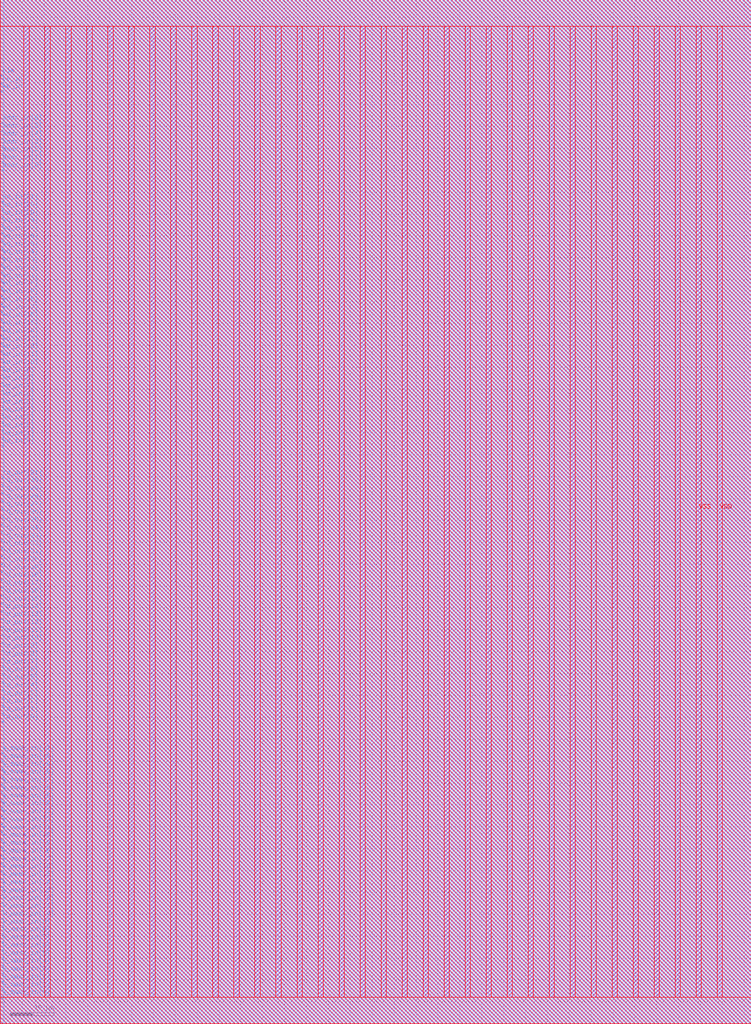
<source format=lef>
VERSION 5.7 ;
BUSBITCHARS "[]" ;
MACRO fakeram130_128x32
  FOREIGN fakeram130_128x32 0 0 ;
  SYMMETRY X Y R90 ;
  SIZE 171.580 BY 233.920 ;
  CLASS BLOCK ;
  PIN w_mask_in[0]
    DIRECTION INPUT ;
    USE SIGNAL ;
    SHAPE ABUTMENT ;
    PORT
      LAYER met3 ;
      RECT 0.000 5.850 0.800 6.150 ;
    END
  END w_mask_in[0]
  PIN w_mask_in[1]
    DIRECTION INPUT ;
    USE SIGNAL ;
    SHAPE ABUTMENT ;
    PORT
      LAYER met3 ;
      RECT 0.000 7.650 0.800 7.950 ;
    END
  END w_mask_in[1]
  PIN w_mask_in[2]
    DIRECTION INPUT ;
    USE SIGNAL ;
    SHAPE ABUTMENT ;
    PORT
      LAYER met3 ;
      RECT 0.000 9.450 0.800 9.750 ;
    END
  END w_mask_in[2]
  PIN w_mask_in[3]
    DIRECTION INPUT ;
    USE SIGNAL ;
    SHAPE ABUTMENT ;
    PORT
      LAYER met3 ;
      RECT 0.000 11.250 0.800 11.550 ;
    END
  END w_mask_in[3]
  PIN w_mask_in[4]
    DIRECTION INPUT ;
    USE SIGNAL ;
    SHAPE ABUTMENT ;
    PORT
      LAYER met3 ;
      RECT 0.000 13.050 0.800 13.350 ;
    END
  END w_mask_in[4]
  PIN w_mask_in[5]
    DIRECTION INPUT ;
    USE SIGNAL ;
    SHAPE ABUTMENT ;
    PORT
      LAYER met3 ;
      RECT 0.000 14.850 0.800 15.150 ;
    END
  END w_mask_in[5]
  PIN w_mask_in[6]
    DIRECTION INPUT ;
    USE SIGNAL ;
    SHAPE ABUTMENT ;
    PORT
      LAYER met3 ;
      RECT 0.000 16.650 0.800 16.950 ;
    END
  END w_mask_in[6]
  PIN w_mask_in[7]
    DIRECTION INPUT ;
    USE SIGNAL ;
    SHAPE ABUTMENT ;
    PORT
      LAYER met3 ;
      RECT 0.000 18.450 0.800 18.750 ;
    END
  END w_mask_in[7]
  PIN w_mask_in[8]
    DIRECTION INPUT ;
    USE SIGNAL ;
    SHAPE ABUTMENT ;
    PORT
      LAYER met3 ;
      RECT 0.000 20.250 0.800 20.550 ;
    END
  END w_mask_in[8]
  PIN w_mask_in[9]
    DIRECTION INPUT ;
    USE SIGNAL ;
    SHAPE ABUTMENT ;
    PORT
      LAYER met3 ;
      RECT 0.000 22.050 0.800 22.350 ;
    END
  END w_mask_in[9]
  PIN w_mask_in[10]
    DIRECTION INPUT ;
    USE SIGNAL ;
    SHAPE ABUTMENT ;
    PORT
      LAYER met3 ;
      RECT 0.000 23.850 0.800 24.150 ;
    END
  END w_mask_in[10]
  PIN w_mask_in[11]
    DIRECTION INPUT ;
    USE SIGNAL ;
    SHAPE ABUTMENT ;
    PORT
      LAYER met3 ;
      RECT 0.000 25.650 0.800 25.950 ;
    END
  END w_mask_in[11]
  PIN w_mask_in[12]
    DIRECTION INPUT ;
    USE SIGNAL ;
    SHAPE ABUTMENT ;
    PORT
      LAYER met3 ;
      RECT 0.000 27.450 0.800 27.750 ;
    END
  END w_mask_in[12]
  PIN w_mask_in[13]
    DIRECTION INPUT ;
    USE SIGNAL ;
    SHAPE ABUTMENT ;
    PORT
      LAYER met3 ;
      RECT 0.000 29.250 0.800 29.550 ;
    END
  END w_mask_in[13]
  PIN w_mask_in[14]
    DIRECTION INPUT ;
    USE SIGNAL ;
    SHAPE ABUTMENT ;
    PORT
      LAYER met3 ;
      RECT 0.000 31.050 0.800 31.350 ;
    END
  END w_mask_in[14]
  PIN w_mask_in[15]
    DIRECTION INPUT ;
    USE SIGNAL ;
    SHAPE ABUTMENT ;
    PORT
      LAYER met3 ;
      RECT 0.000 32.850 0.800 33.150 ;
    END
  END w_mask_in[15]
  PIN w_mask_in[16]
    DIRECTION INPUT ;
    USE SIGNAL ;
    SHAPE ABUTMENT ;
    PORT
      LAYER met3 ;
      RECT 0.000 34.650 0.800 34.950 ;
    END
  END w_mask_in[16]
  PIN w_mask_in[17]
    DIRECTION INPUT ;
    USE SIGNAL ;
    SHAPE ABUTMENT ;
    PORT
      LAYER met3 ;
      RECT 0.000 36.450 0.800 36.750 ;
    END
  END w_mask_in[17]
  PIN w_mask_in[18]
    DIRECTION INPUT ;
    USE SIGNAL ;
    SHAPE ABUTMENT ;
    PORT
      LAYER met3 ;
      RECT 0.000 38.250 0.800 38.550 ;
    END
  END w_mask_in[18]
  PIN w_mask_in[19]
    DIRECTION INPUT ;
    USE SIGNAL ;
    SHAPE ABUTMENT ;
    PORT
      LAYER met3 ;
      RECT 0.000 40.050 0.800 40.350 ;
    END
  END w_mask_in[19]
  PIN w_mask_in[20]
    DIRECTION INPUT ;
    USE SIGNAL ;
    SHAPE ABUTMENT ;
    PORT
      LAYER met3 ;
      RECT 0.000 41.850 0.800 42.150 ;
    END
  END w_mask_in[20]
  PIN w_mask_in[21]
    DIRECTION INPUT ;
    USE SIGNAL ;
    SHAPE ABUTMENT ;
    PORT
      LAYER met3 ;
      RECT 0.000 43.650 0.800 43.950 ;
    END
  END w_mask_in[21]
  PIN w_mask_in[22]
    DIRECTION INPUT ;
    USE SIGNAL ;
    SHAPE ABUTMENT ;
    PORT
      LAYER met3 ;
      RECT 0.000 45.450 0.800 45.750 ;
    END
  END w_mask_in[22]
  PIN w_mask_in[23]
    DIRECTION INPUT ;
    USE SIGNAL ;
    SHAPE ABUTMENT ;
    PORT
      LAYER met3 ;
      RECT 0.000 47.250 0.800 47.550 ;
    END
  END w_mask_in[23]
  PIN w_mask_in[24]
    DIRECTION INPUT ;
    USE SIGNAL ;
    SHAPE ABUTMENT ;
    PORT
      LAYER met3 ;
      RECT 0.000 49.050 0.800 49.350 ;
    END
  END w_mask_in[24]
  PIN w_mask_in[25]
    DIRECTION INPUT ;
    USE SIGNAL ;
    SHAPE ABUTMENT ;
    PORT
      LAYER met3 ;
      RECT 0.000 50.850 0.800 51.150 ;
    END
  END w_mask_in[25]
  PIN w_mask_in[26]
    DIRECTION INPUT ;
    USE SIGNAL ;
    SHAPE ABUTMENT ;
    PORT
      LAYER met3 ;
      RECT 0.000 52.650 0.800 52.950 ;
    END
  END w_mask_in[26]
  PIN w_mask_in[27]
    DIRECTION INPUT ;
    USE SIGNAL ;
    SHAPE ABUTMENT ;
    PORT
      LAYER met3 ;
      RECT 0.000 54.450 0.800 54.750 ;
    END
  END w_mask_in[27]
  PIN w_mask_in[28]
    DIRECTION INPUT ;
    USE SIGNAL ;
    SHAPE ABUTMENT ;
    PORT
      LAYER met3 ;
      RECT 0.000 56.250 0.800 56.550 ;
    END
  END w_mask_in[28]
  PIN w_mask_in[29]
    DIRECTION INPUT ;
    USE SIGNAL ;
    SHAPE ABUTMENT ;
    PORT
      LAYER met3 ;
      RECT 0.000 58.050 0.800 58.350 ;
    END
  END w_mask_in[29]
  PIN w_mask_in[30]
    DIRECTION INPUT ;
    USE SIGNAL ;
    SHAPE ABUTMENT ;
    PORT
      LAYER met3 ;
      RECT 0.000 59.850 0.800 60.150 ;
    END
  END w_mask_in[30]
  PIN w_mask_in[31]
    DIRECTION INPUT ;
    USE SIGNAL ;
    SHAPE ABUTMENT ;
    PORT
      LAYER met3 ;
      RECT 0.000 61.650 0.800 61.950 ;
    END
  END w_mask_in[31]
  PIN rd_out[0]
    DIRECTION OUTPUT ;
    USE SIGNAL ;
    SHAPE ABUTMENT ;
    PORT
      LAYER met3 ;
      RECT 0.000 68.850 0.800 69.150 ;
    END
  END rd_out[0]
  PIN rd_out[1]
    DIRECTION OUTPUT ;
    USE SIGNAL ;
    SHAPE ABUTMENT ;
    PORT
      LAYER met3 ;
      RECT 0.000 70.650 0.800 70.950 ;
    END
  END rd_out[1]
  PIN rd_out[2]
    DIRECTION OUTPUT ;
    USE SIGNAL ;
    SHAPE ABUTMENT ;
    PORT
      LAYER met3 ;
      RECT 0.000 72.450 0.800 72.750 ;
    END
  END rd_out[2]
  PIN rd_out[3]
    DIRECTION OUTPUT ;
    USE SIGNAL ;
    SHAPE ABUTMENT ;
    PORT
      LAYER met3 ;
      RECT 0.000 74.250 0.800 74.550 ;
    END
  END rd_out[3]
  PIN rd_out[4]
    DIRECTION OUTPUT ;
    USE SIGNAL ;
    SHAPE ABUTMENT ;
    PORT
      LAYER met3 ;
      RECT 0.000 76.050 0.800 76.350 ;
    END
  END rd_out[4]
  PIN rd_out[5]
    DIRECTION OUTPUT ;
    USE SIGNAL ;
    SHAPE ABUTMENT ;
    PORT
      LAYER met3 ;
      RECT 0.000 77.850 0.800 78.150 ;
    END
  END rd_out[5]
  PIN rd_out[6]
    DIRECTION OUTPUT ;
    USE SIGNAL ;
    SHAPE ABUTMENT ;
    PORT
      LAYER met3 ;
      RECT 0.000 79.650 0.800 79.950 ;
    END
  END rd_out[6]
  PIN rd_out[7]
    DIRECTION OUTPUT ;
    USE SIGNAL ;
    SHAPE ABUTMENT ;
    PORT
      LAYER met3 ;
      RECT 0.000 81.450 0.800 81.750 ;
    END
  END rd_out[7]
  PIN rd_out[8]
    DIRECTION OUTPUT ;
    USE SIGNAL ;
    SHAPE ABUTMENT ;
    PORT
      LAYER met3 ;
      RECT 0.000 83.250 0.800 83.550 ;
    END
  END rd_out[8]
  PIN rd_out[9]
    DIRECTION OUTPUT ;
    USE SIGNAL ;
    SHAPE ABUTMENT ;
    PORT
      LAYER met3 ;
      RECT 0.000 85.050 0.800 85.350 ;
    END
  END rd_out[9]
  PIN rd_out[10]
    DIRECTION OUTPUT ;
    USE SIGNAL ;
    SHAPE ABUTMENT ;
    PORT
      LAYER met3 ;
      RECT 0.000 86.850 0.800 87.150 ;
    END
  END rd_out[10]
  PIN rd_out[11]
    DIRECTION OUTPUT ;
    USE SIGNAL ;
    SHAPE ABUTMENT ;
    PORT
      LAYER met3 ;
      RECT 0.000 88.650 0.800 88.950 ;
    END
  END rd_out[11]
  PIN rd_out[12]
    DIRECTION OUTPUT ;
    USE SIGNAL ;
    SHAPE ABUTMENT ;
    PORT
      LAYER met3 ;
      RECT 0.000 90.450 0.800 90.750 ;
    END
  END rd_out[12]
  PIN rd_out[13]
    DIRECTION OUTPUT ;
    USE SIGNAL ;
    SHAPE ABUTMENT ;
    PORT
      LAYER met3 ;
      RECT 0.000 92.250 0.800 92.550 ;
    END
  END rd_out[13]
  PIN rd_out[14]
    DIRECTION OUTPUT ;
    USE SIGNAL ;
    SHAPE ABUTMENT ;
    PORT
      LAYER met3 ;
      RECT 0.000 94.050 0.800 94.350 ;
    END
  END rd_out[14]
  PIN rd_out[15]
    DIRECTION OUTPUT ;
    USE SIGNAL ;
    SHAPE ABUTMENT ;
    PORT
      LAYER met3 ;
      RECT 0.000 95.850 0.800 96.150 ;
    END
  END rd_out[15]
  PIN rd_out[16]
    DIRECTION OUTPUT ;
    USE SIGNAL ;
    SHAPE ABUTMENT ;
    PORT
      LAYER met3 ;
      RECT 0.000 97.650 0.800 97.950 ;
    END
  END rd_out[16]
  PIN rd_out[17]
    DIRECTION OUTPUT ;
    USE SIGNAL ;
    SHAPE ABUTMENT ;
    PORT
      LAYER met3 ;
      RECT 0.000 99.450 0.800 99.750 ;
    END
  END rd_out[17]
  PIN rd_out[18]
    DIRECTION OUTPUT ;
    USE SIGNAL ;
    SHAPE ABUTMENT ;
    PORT
      LAYER met3 ;
      RECT 0.000 101.250 0.800 101.550 ;
    END
  END rd_out[18]
  PIN rd_out[19]
    DIRECTION OUTPUT ;
    USE SIGNAL ;
    SHAPE ABUTMENT ;
    PORT
      LAYER met3 ;
      RECT 0.000 103.050 0.800 103.350 ;
    END
  END rd_out[19]
  PIN rd_out[20]
    DIRECTION OUTPUT ;
    USE SIGNAL ;
    SHAPE ABUTMENT ;
    PORT
      LAYER met3 ;
      RECT 0.000 104.850 0.800 105.150 ;
    END
  END rd_out[20]
  PIN rd_out[21]
    DIRECTION OUTPUT ;
    USE SIGNAL ;
    SHAPE ABUTMENT ;
    PORT
      LAYER met3 ;
      RECT 0.000 106.650 0.800 106.950 ;
    END
  END rd_out[21]
  PIN rd_out[22]
    DIRECTION OUTPUT ;
    USE SIGNAL ;
    SHAPE ABUTMENT ;
    PORT
      LAYER met3 ;
      RECT 0.000 108.450 0.800 108.750 ;
    END
  END rd_out[22]
  PIN rd_out[23]
    DIRECTION OUTPUT ;
    USE SIGNAL ;
    SHAPE ABUTMENT ;
    PORT
      LAYER met3 ;
      RECT 0.000 110.250 0.800 110.550 ;
    END
  END rd_out[23]
  PIN rd_out[24]
    DIRECTION OUTPUT ;
    USE SIGNAL ;
    SHAPE ABUTMENT ;
    PORT
      LAYER met3 ;
      RECT 0.000 112.050 0.800 112.350 ;
    END
  END rd_out[24]
  PIN rd_out[25]
    DIRECTION OUTPUT ;
    USE SIGNAL ;
    SHAPE ABUTMENT ;
    PORT
      LAYER met3 ;
      RECT 0.000 113.850 0.800 114.150 ;
    END
  END rd_out[25]
  PIN rd_out[26]
    DIRECTION OUTPUT ;
    USE SIGNAL ;
    SHAPE ABUTMENT ;
    PORT
      LAYER met3 ;
      RECT 0.000 115.650 0.800 115.950 ;
    END
  END rd_out[26]
  PIN rd_out[27]
    DIRECTION OUTPUT ;
    USE SIGNAL ;
    SHAPE ABUTMENT ;
    PORT
      LAYER met3 ;
      RECT 0.000 117.450 0.800 117.750 ;
    END
  END rd_out[27]
  PIN rd_out[28]
    DIRECTION OUTPUT ;
    USE SIGNAL ;
    SHAPE ABUTMENT ;
    PORT
      LAYER met3 ;
      RECT 0.000 119.250 0.800 119.550 ;
    END
  END rd_out[28]
  PIN rd_out[29]
    DIRECTION OUTPUT ;
    USE SIGNAL ;
    SHAPE ABUTMENT ;
    PORT
      LAYER met3 ;
      RECT 0.000 121.050 0.800 121.350 ;
    END
  END rd_out[29]
  PIN rd_out[30]
    DIRECTION OUTPUT ;
    USE SIGNAL ;
    SHAPE ABUTMENT ;
    PORT
      LAYER met3 ;
      RECT 0.000 122.850 0.800 123.150 ;
    END
  END rd_out[30]
  PIN rd_out[31]
    DIRECTION OUTPUT ;
    USE SIGNAL ;
    SHAPE ABUTMENT ;
    PORT
      LAYER met3 ;
      RECT 0.000 124.650 0.800 124.950 ;
    END
  END rd_out[31]
  PIN wd_in[0]
    DIRECTION INPUT ;
    USE SIGNAL ;
    SHAPE ABUTMENT ;
    PORT
      LAYER met3 ;
      RECT 0.000 131.850 0.800 132.150 ;
    END
  END wd_in[0]
  PIN wd_in[1]
    DIRECTION INPUT ;
    USE SIGNAL ;
    SHAPE ABUTMENT ;
    PORT
      LAYER met3 ;
      RECT 0.000 133.650 0.800 133.950 ;
    END
  END wd_in[1]
  PIN wd_in[2]
    DIRECTION INPUT ;
    USE SIGNAL ;
    SHAPE ABUTMENT ;
    PORT
      LAYER met3 ;
      RECT 0.000 135.450 0.800 135.750 ;
    END
  END wd_in[2]
  PIN wd_in[3]
    DIRECTION INPUT ;
    USE SIGNAL ;
    SHAPE ABUTMENT ;
    PORT
      LAYER met3 ;
      RECT 0.000 137.250 0.800 137.550 ;
    END
  END wd_in[3]
  PIN wd_in[4]
    DIRECTION INPUT ;
    USE SIGNAL ;
    SHAPE ABUTMENT ;
    PORT
      LAYER met3 ;
      RECT 0.000 139.050 0.800 139.350 ;
    END
  END wd_in[4]
  PIN wd_in[5]
    DIRECTION INPUT ;
    USE SIGNAL ;
    SHAPE ABUTMENT ;
    PORT
      LAYER met3 ;
      RECT 0.000 140.850 0.800 141.150 ;
    END
  END wd_in[5]
  PIN wd_in[6]
    DIRECTION INPUT ;
    USE SIGNAL ;
    SHAPE ABUTMENT ;
    PORT
      LAYER met3 ;
      RECT 0.000 142.650 0.800 142.950 ;
    END
  END wd_in[6]
  PIN wd_in[7]
    DIRECTION INPUT ;
    USE SIGNAL ;
    SHAPE ABUTMENT ;
    PORT
      LAYER met3 ;
      RECT 0.000 144.450 0.800 144.750 ;
    END
  END wd_in[7]
  PIN wd_in[8]
    DIRECTION INPUT ;
    USE SIGNAL ;
    SHAPE ABUTMENT ;
    PORT
      LAYER met3 ;
      RECT 0.000 146.250 0.800 146.550 ;
    END
  END wd_in[8]
  PIN wd_in[9]
    DIRECTION INPUT ;
    USE SIGNAL ;
    SHAPE ABUTMENT ;
    PORT
      LAYER met3 ;
      RECT 0.000 148.050 0.800 148.350 ;
    END
  END wd_in[9]
  PIN wd_in[10]
    DIRECTION INPUT ;
    USE SIGNAL ;
    SHAPE ABUTMENT ;
    PORT
      LAYER met3 ;
      RECT 0.000 149.850 0.800 150.150 ;
    END
  END wd_in[10]
  PIN wd_in[11]
    DIRECTION INPUT ;
    USE SIGNAL ;
    SHAPE ABUTMENT ;
    PORT
      LAYER met3 ;
      RECT 0.000 151.650 0.800 151.950 ;
    END
  END wd_in[11]
  PIN wd_in[12]
    DIRECTION INPUT ;
    USE SIGNAL ;
    SHAPE ABUTMENT ;
    PORT
      LAYER met3 ;
      RECT 0.000 153.450 0.800 153.750 ;
    END
  END wd_in[12]
  PIN wd_in[13]
    DIRECTION INPUT ;
    USE SIGNAL ;
    SHAPE ABUTMENT ;
    PORT
      LAYER met3 ;
      RECT 0.000 155.250 0.800 155.550 ;
    END
  END wd_in[13]
  PIN wd_in[14]
    DIRECTION INPUT ;
    USE SIGNAL ;
    SHAPE ABUTMENT ;
    PORT
      LAYER met3 ;
      RECT 0.000 157.050 0.800 157.350 ;
    END
  END wd_in[14]
  PIN wd_in[15]
    DIRECTION INPUT ;
    USE SIGNAL ;
    SHAPE ABUTMENT ;
    PORT
      LAYER met3 ;
      RECT 0.000 158.850 0.800 159.150 ;
    END
  END wd_in[15]
  PIN wd_in[16]
    DIRECTION INPUT ;
    USE SIGNAL ;
    SHAPE ABUTMENT ;
    PORT
      LAYER met3 ;
      RECT 0.000 160.650 0.800 160.950 ;
    END
  END wd_in[16]
  PIN wd_in[17]
    DIRECTION INPUT ;
    USE SIGNAL ;
    SHAPE ABUTMENT ;
    PORT
      LAYER met3 ;
      RECT 0.000 162.450 0.800 162.750 ;
    END
  END wd_in[17]
  PIN wd_in[18]
    DIRECTION INPUT ;
    USE SIGNAL ;
    SHAPE ABUTMENT ;
    PORT
      LAYER met3 ;
      RECT 0.000 164.250 0.800 164.550 ;
    END
  END wd_in[18]
  PIN wd_in[19]
    DIRECTION INPUT ;
    USE SIGNAL ;
    SHAPE ABUTMENT ;
    PORT
      LAYER met3 ;
      RECT 0.000 166.050 0.800 166.350 ;
    END
  END wd_in[19]
  PIN wd_in[20]
    DIRECTION INPUT ;
    USE SIGNAL ;
    SHAPE ABUTMENT ;
    PORT
      LAYER met3 ;
      RECT 0.000 167.850 0.800 168.150 ;
    END
  END wd_in[20]
  PIN wd_in[21]
    DIRECTION INPUT ;
    USE SIGNAL ;
    SHAPE ABUTMENT ;
    PORT
      LAYER met3 ;
      RECT 0.000 169.650 0.800 169.950 ;
    END
  END wd_in[21]
  PIN wd_in[22]
    DIRECTION INPUT ;
    USE SIGNAL ;
    SHAPE ABUTMENT ;
    PORT
      LAYER met3 ;
      RECT 0.000 171.450 0.800 171.750 ;
    END
  END wd_in[22]
  PIN wd_in[23]
    DIRECTION INPUT ;
    USE SIGNAL ;
    SHAPE ABUTMENT ;
    PORT
      LAYER met3 ;
      RECT 0.000 173.250 0.800 173.550 ;
    END
  END wd_in[23]
  PIN wd_in[24]
    DIRECTION INPUT ;
    USE SIGNAL ;
    SHAPE ABUTMENT ;
    PORT
      LAYER met3 ;
      RECT 0.000 175.050 0.800 175.350 ;
    END
  END wd_in[24]
  PIN wd_in[25]
    DIRECTION INPUT ;
    USE SIGNAL ;
    SHAPE ABUTMENT ;
    PORT
      LAYER met3 ;
      RECT 0.000 176.850 0.800 177.150 ;
    END
  END wd_in[25]
  PIN wd_in[26]
    DIRECTION INPUT ;
    USE SIGNAL ;
    SHAPE ABUTMENT ;
    PORT
      LAYER met3 ;
      RECT 0.000 178.650 0.800 178.950 ;
    END
  END wd_in[26]
  PIN wd_in[27]
    DIRECTION INPUT ;
    USE SIGNAL ;
    SHAPE ABUTMENT ;
    PORT
      LAYER met3 ;
      RECT 0.000 180.450 0.800 180.750 ;
    END
  END wd_in[27]
  PIN wd_in[28]
    DIRECTION INPUT ;
    USE SIGNAL ;
    SHAPE ABUTMENT ;
    PORT
      LAYER met3 ;
      RECT 0.000 182.250 0.800 182.550 ;
    END
  END wd_in[28]
  PIN wd_in[29]
    DIRECTION INPUT ;
    USE SIGNAL ;
    SHAPE ABUTMENT ;
    PORT
      LAYER met3 ;
      RECT 0.000 184.050 0.800 184.350 ;
    END
  END wd_in[29]
  PIN wd_in[30]
    DIRECTION INPUT ;
    USE SIGNAL ;
    SHAPE ABUTMENT ;
    PORT
      LAYER met3 ;
      RECT 0.000 185.850 0.800 186.150 ;
    END
  END wd_in[30]
  PIN wd_in[31]
    DIRECTION INPUT ;
    USE SIGNAL ;
    SHAPE ABUTMENT ;
    PORT
      LAYER met3 ;
      RECT 0.000 187.650 0.800 187.950 ;
    END
  END wd_in[31]
  PIN addr_in[0]
    DIRECTION INPUT ;
    USE SIGNAL ;
    SHAPE ABUTMENT ;
    PORT
      LAYER met3 ;
      RECT 0.000 194.850 0.800 195.150 ;
    END
  END addr_in[0]
  PIN addr_in[1]
    DIRECTION INPUT ;
    USE SIGNAL ;
    SHAPE ABUTMENT ;
    PORT
      LAYER met3 ;
      RECT 0.000 196.650 0.800 196.950 ;
    END
  END addr_in[1]
  PIN addr_in[2]
    DIRECTION INPUT ;
    USE SIGNAL ;
    SHAPE ABUTMENT ;
    PORT
      LAYER met3 ;
      RECT 0.000 198.450 0.800 198.750 ;
    END
  END addr_in[2]
  PIN addr_in[3]
    DIRECTION INPUT ;
    USE SIGNAL ;
    SHAPE ABUTMENT ;
    PORT
      LAYER met3 ;
      RECT 0.000 200.250 0.800 200.550 ;
    END
  END addr_in[3]
  PIN addr_in[4]
    DIRECTION INPUT ;
    USE SIGNAL ;
    SHAPE ABUTMENT ;
    PORT
      LAYER met3 ;
      RECT 0.000 202.050 0.800 202.350 ;
    END
  END addr_in[4]
  PIN addr_in[5]
    DIRECTION INPUT ;
    USE SIGNAL ;
    SHAPE ABUTMENT ;
    PORT
      LAYER met3 ;
      RECT 0.000 203.850 0.800 204.150 ;
    END
  END addr_in[5]
  PIN addr_in[6]
    DIRECTION INPUT ;
    USE SIGNAL ;
    SHAPE ABUTMENT ;
    PORT
      LAYER met3 ;
      RECT 0.000 205.650 0.800 205.950 ;
    END
  END addr_in[6]
  PIN we_in
    DIRECTION INPUT ;
    USE SIGNAL ;
    SHAPE ABUTMENT ;
    PORT
      LAYER met3 ;
      RECT 0.000 212.850 0.800 213.150 ;
    END
  END we_in
  PIN ce_in
    DIRECTION INPUT ;
    USE SIGNAL ;
    SHAPE ABUTMENT ;
    PORT
      LAYER met3 ;
      RECT 0.000 214.650 0.800 214.950 ;
    END
  END ce_in
  PIN clk
    DIRECTION INPUT ;
    USE SIGNAL ;
    SHAPE ABUTMENT ;
    PORT
      LAYER met3 ;
      RECT 0.000 216.450 0.800 216.750 ;
    END
  END clk
  PIN VSS
    DIRECTION INOUT ;
    USE GROUND ;
    PORT
      LAYER met4 ;
      RECT 5.400 6.000 6.600 227.920 ;
      RECT 15.000 6.000 16.200 227.920 ;
      RECT 24.600 6.000 25.800 227.920 ;
      RECT 34.200 6.000 35.400 227.920 ;
      RECT 43.800 6.000 45.000 227.920 ;
      RECT 53.400 6.000 54.600 227.920 ;
      RECT 63.000 6.000 64.200 227.920 ;
      RECT 72.600 6.000 73.800 227.920 ;
      RECT 82.200 6.000 83.400 227.920 ;
      RECT 91.800 6.000 93.000 227.920 ;
      RECT 101.400 6.000 102.600 227.920 ;
      RECT 111.000 6.000 112.200 227.920 ;
      RECT 120.600 6.000 121.800 227.920 ;
      RECT 130.200 6.000 131.400 227.920 ;
      RECT 139.800 6.000 141.000 227.920 ;
      RECT 149.400 6.000 150.600 227.920 ;
      RECT 159.000 6.000 160.200 227.920 ;
    END
  END VSS
  PIN VDD
    DIRECTION INOUT ;
    USE POWER ;
    PORT
      LAYER met4 ;
      RECT 10.200 6.000 11.400 227.920 ;
      RECT 19.800 6.000 21.000 227.920 ;
      RECT 29.400 6.000 30.600 227.920 ;
      RECT 39.000 6.000 40.200 227.920 ;
      RECT 48.600 6.000 49.800 227.920 ;
      RECT 58.200 6.000 59.400 227.920 ;
      RECT 67.800 6.000 69.000 227.920 ;
      RECT 77.400 6.000 78.600 227.920 ;
      RECT 87.000 6.000 88.200 227.920 ;
      RECT 96.600 6.000 97.800 227.920 ;
      RECT 106.200 6.000 107.400 227.920 ;
      RECT 115.800 6.000 117.000 227.920 ;
      RECT 125.400 6.000 126.600 227.920 ;
      RECT 135.000 6.000 136.200 227.920 ;
      RECT 144.600 6.000 145.800 227.920 ;
      RECT 154.200 6.000 155.400 227.920 ;
      RECT 163.800 6.000 165.000 227.920 ;
    END
  END VDD
  OBS
    LAYER met1 ;
    RECT 0 0 171.580 233.920 ;
    LAYER met2 ;
    RECT 0 0 171.580 233.920 ;
    LAYER met3 ;
    RECT 0.800 0 171.580 233.920 ;
    RECT 0 0.000 0.800 5.850 ;
    RECT 0 6.150 0.800 7.650 ;
    RECT 0 7.950 0.800 9.450 ;
    RECT 0 9.750 0.800 11.250 ;
    RECT 0 11.550 0.800 13.050 ;
    RECT 0 13.350 0.800 14.850 ;
    RECT 0 15.150 0.800 16.650 ;
    RECT 0 16.950 0.800 18.450 ;
    RECT 0 18.750 0.800 20.250 ;
    RECT 0 20.550 0.800 22.050 ;
    RECT 0 22.350 0.800 23.850 ;
    RECT 0 24.150 0.800 25.650 ;
    RECT 0 25.950 0.800 27.450 ;
    RECT 0 27.750 0.800 29.250 ;
    RECT 0 29.550 0.800 31.050 ;
    RECT 0 31.350 0.800 32.850 ;
    RECT 0 33.150 0.800 34.650 ;
    RECT 0 34.950 0.800 36.450 ;
    RECT 0 36.750 0.800 38.250 ;
    RECT 0 38.550 0.800 40.050 ;
    RECT 0 40.350 0.800 41.850 ;
    RECT 0 42.150 0.800 43.650 ;
    RECT 0 43.950 0.800 45.450 ;
    RECT 0 45.750 0.800 47.250 ;
    RECT 0 47.550 0.800 49.050 ;
    RECT 0 49.350 0.800 50.850 ;
    RECT 0 51.150 0.800 52.650 ;
    RECT 0 52.950 0.800 54.450 ;
    RECT 0 54.750 0.800 56.250 ;
    RECT 0 56.550 0.800 58.050 ;
    RECT 0 58.350 0.800 59.850 ;
    RECT 0 60.150 0.800 61.650 ;
    RECT 0 61.950 0.800 68.850 ;
    RECT 0 69.150 0.800 70.650 ;
    RECT 0 70.950 0.800 72.450 ;
    RECT 0 72.750 0.800 74.250 ;
    RECT 0 74.550 0.800 76.050 ;
    RECT 0 76.350 0.800 77.850 ;
    RECT 0 78.150 0.800 79.650 ;
    RECT 0 79.950 0.800 81.450 ;
    RECT 0 81.750 0.800 83.250 ;
    RECT 0 83.550 0.800 85.050 ;
    RECT 0 85.350 0.800 86.850 ;
    RECT 0 87.150 0.800 88.650 ;
    RECT 0 88.950 0.800 90.450 ;
    RECT 0 90.750 0.800 92.250 ;
    RECT 0 92.550 0.800 94.050 ;
    RECT 0 94.350 0.800 95.850 ;
    RECT 0 96.150 0.800 97.650 ;
    RECT 0 97.950 0.800 99.450 ;
    RECT 0 99.750 0.800 101.250 ;
    RECT 0 101.550 0.800 103.050 ;
    RECT 0 103.350 0.800 104.850 ;
    RECT 0 105.150 0.800 106.650 ;
    RECT 0 106.950 0.800 108.450 ;
    RECT 0 108.750 0.800 110.250 ;
    RECT 0 110.550 0.800 112.050 ;
    RECT 0 112.350 0.800 113.850 ;
    RECT 0 114.150 0.800 115.650 ;
    RECT 0 115.950 0.800 117.450 ;
    RECT 0 117.750 0.800 119.250 ;
    RECT 0 119.550 0.800 121.050 ;
    RECT 0 121.350 0.800 122.850 ;
    RECT 0 123.150 0.800 124.650 ;
    RECT 0 124.950 0.800 131.850 ;
    RECT 0 132.150 0.800 133.650 ;
    RECT 0 133.950 0.800 135.450 ;
    RECT 0 135.750 0.800 137.250 ;
    RECT 0 137.550 0.800 139.050 ;
    RECT 0 139.350 0.800 140.850 ;
    RECT 0 141.150 0.800 142.650 ;
    RECT 0 142.950 0.800 144.450 ;
    RECT 0 144.750 0.800 146.250 ;
    RECT 0 146.550 0.800 148.050 ;
    RECT 0 148.350 0.800 149.850 ;
    RECT 0 150.150 0.800 151.650 ;
    RECT 0 151.950 0.800 153.450 ;
    RECT 0 153.750 0.800 155.250 ;
    RECT 0 155.550 0.800 157.050 ;
    RECT 0 157.350 0.800 158.850 ;
    RECT 0 159.150 0.800 160.650 ;
    RECT 0 160.950 0.800 162.450 ;
    RECT 0 162.750 0.800 164.250 ;
    RECT 0 164.550 0.800 166.050 ;
    RECT 0 166.350 0.800 167.850 ;
    RECT 0 168.150 0.800 169.650 ;
    RECT 0 169.950 0.800 171.450 ;
    RECT 0 171.750 0.800 173.250 ;
    RECT 0 173.550 0.800 175.050 ;
    RECT 0 175.350 0.800 176.850 ;
    RECT 0 177.150 0.800 178.650 ;
    RECT 0 178.950 0.800 180.450 ;
    RECT 0 180.750 0.800 182.250 ;
    RECT 0 182.550 0.800 184.050 ;
    RECT 0 184.350 0.800 185.850 ;
    RECT 0 186.150 0.800 187.650 ;
    RECT 0 187.950 0.800 194.850 ;
    RECT 0 195.150 0.800 196.650 ;
    RECT 0 196.950 0.800 198.450 ;
    RECT 0 198.750 0.800 200.250 ;
    RECT 0 200.550 0.800 202.050 ;
    RECT 0 202.350 0.800 203.850 ;
    RECT 0 204.150 0.800 205.650 ;
    RECT 0 205.950 0.800 212.850 ;
    RECT 0 213.150 0.800 214.650 ;
    RECT 0 214.950 0.800 216.450 ;
    RECT 0 216.750 0.800 233.920 ;
    LAYER met4 ;
    RECT 0 0 171.580 6.000 ;
    RECT 0 227.920 171.580 233.920 ;
    RECT 0.000 6.000 5.400 227.920 ;
    RECT 6.600 6.000 10.200 227.920 ;
    RECT 11.400 6.000 15.000 227.920 ;
    RECT 16.200 6.000 19.800 227.920 ;
    RECT 21.000 6.000 24.600 227.920 ;
    RECT 25.800 6.000 29.400 227.920 ;
    RECT 30.600 6.000 34.200 227.920 ;
    RECT 35.400 6.000 39.000 227.920 ;
    RECT 40.200 6.000 43.800 227.920 ;
    RECT 45.000 6.000 48.600 227.920 ;
    RECT 49.800 6.000 53.400 227.920 ;
    RECT 54.600 6.000 58.200 227.920 ;
    RECT 59.400 6.000 63.000 227.920 ;
    RECT 64.200 6.000 67.800 227.920 ;
    RECT 69.000 6.000 72.600 227.920 ;
    RECT 73.800 6.000 77.400 227.920 ;
    RECT 78.600 6.000 82.200 227.920 ;
    RECT 83.400 6.000 87.000 227.920 ;
    RECT 88.200 6.000 91.800 227.920 ;
    RECT 93.000 6.000 96.600 227.920 ;
    RECT 97.800 6.000 101.400 227.920 ;
    RECT 102.600 6.000 106.200 227.920 ;
    RECT 107.400 6.000 111.000 227.920 ;
    RECT 112.200 6.000 115.800 227.920 ;
    RECT 117.000 6.000 120.600 227.920 ;
    RECT 121.800 6.000 125.400 227.920 ;
    RECT 126.600 6.000 130.200 227.920 ;
    RECT 131.400 6.000 135.000 227.920 ;
    RECT 136.200 6.000 139.800 227.920 ;
    RECT 141.000 6.000 144.600 227.920 ;
    RECT 145.800 6.000 149.400 227.920 ;
    RECT 150.600 6.000 154.200 227.920 ;
    RECT 155.400 6.000 159.000 227.920 ;
    RECT 160.200 6.000 163.800 227.920 ;
    RECT 165.000 6.000 171.580 227.920 ;
    LAYER OVERLAP ;
    RECT 0 0 171.580 233.920 ;
  END
END fakeram130_128x32

END LIBRARY

</source>
